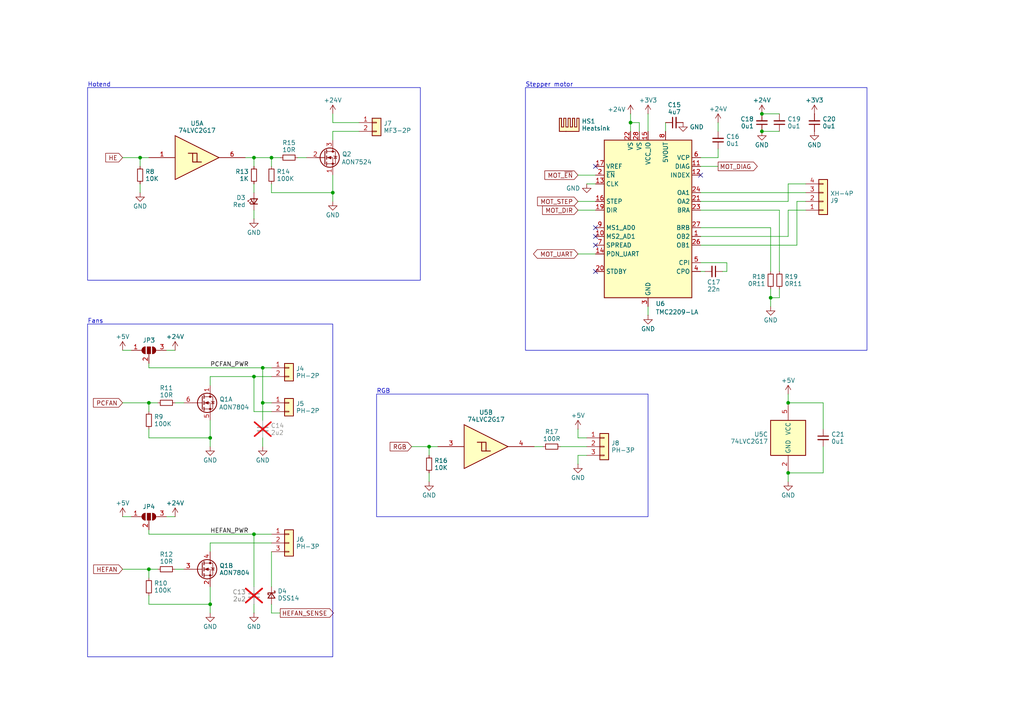
<source format=kicad_sch>
(kicad_sch (version 20231120) (generator "eeschema") (generator_version "8.0")
  (paper "A4")
  (lib_symbols
    (symbol "74xGxx:74LVC2G17"
      (property "Reference" "U" (at -1.27 7.62 0))
      (property "Value" "74LVC2G17" (at 2.54 -7.62 0))
      (symbol "74LVC2G17_1_1"
        (polyline (pts (xy -2.54 1.27) (xy -1.27 1.27) (xy -1.27 -1.27)) (stroke (width 0.254)) (fill (type background)))
        (polyline (pts (xy -7.62 6.35) (xy -7.62 -6.35) (xy 5.08 0) (xy -7.62 6.35)) (stroke (width 0.254)) (fill (type background)))
        (polyline (pts (xy -3.81 1.27) (xy -2.54 1.27) (xy -2.54 -1.27) (xy 0 -1.27)) (stroke (width 0.254)) (fill (type background)))
        (pin input line (at -15.24 0 0) (length 7.62) (name "~") (number "1"))
        (pin output line (at 12.7 0 180) (length 7.62) (name "~") (number "6"))
      )
      (symbol "74LVC2G17_2_1"
        (polyline (pts (xy -2.54 1.27) (xy -1.27 1.27) (xy -1.27 -1.27)) (stroke (width 0.254)) (fill (type background)))
        (polyline (pts (xy -7.62 6.35) (xy -7.62 -6.35) (xy 5.08 0) (xy -7.62 6.35)) (stroke (width 0.254)) (fill (type background)))
        (polyline (pts (xy -3.81 1.27) (xy -2.54 1.27) (xy -2.54 -1.27) (xy 0 -1.27)) (stroke (width 0.254)) (fill (type background)))
        (pin input line (at -15.24 0 0) (length 7.62) (name "~") (number "3"))
        (pin output line (at 12.7 0 180) (length 7.62) (name "~") (number "4"))
      )
      (symbol "74LVC2G17_3_0"
        (rectangle (start -5.08 -5.08) (end 5.08 5.08) (stroke (width 0.254)) (fill (type background)))
      )
      (symbol "74LVC2G17_3_1"
        (pin power_in line (at 0 -10.16 90) (length 5.08) (name "GND") (number "2"))
        (pin power_in line (at 0 10.16 270) (length 5.08) (name "VCC") (number "5"))
      )
    )
    (symbol "Connector_Generic:Conn_01x02" (pin_names (offset 1.016) hide)
      (property "Reference" "J" (at 0 2.54 0))
      (property "Value" "Conn_01x02" (at 0 -5.08 0))
      (symbol "Conn_01x02_1_1"
        (rectangle (start -1.27 -2.413) (end 0 -2.667) (stroke (width 0.1524)))
        (rectangle (start -1.27 0.127) (end 0 -0.127) (stroke (width 0.1524)))
        (rectangle (start -1.27 1.27) (end 1.27 -3.81) (stroke (width 0.254)) (fill (type background)))
        (pin passive line (at -5.08 0 0) (length 3.81) (name "Pin_1") (number "1"))
        (pin passive line (at -5.08 -2.54 0) (length 3.81) (name "Pin_2") (number "2"))
      )
    )
    (symbol "Connector_Generic:Conn_01x03" (pin_names (offset 1.016) hide)
      (property "Reference" "J" (at 0 5.08 0))
      (property "Value" "Conn_01x03" (at 0 -5.08 0))
      (symbol "Conn_01x03_1_1"
        (rectangle (start -1.27 -2.413) (end 0 -2.667) (stroke (width 0.1524)))
        (rectangle (start -1.27 0.127) (end 0 -0.127) (stroke (width 0.1524)))
        (rectangle (start -1.27 2.667) (end 0 2.413) (stroke (width 0.1524)))
        (rectangle (start -1.27 3.81) (end 1.27 -3.81) (stroke (width 0.254)) (fill (type background)))
        (pin passive line (at -5.08 2.54 0) (length 3.81) (name "Pin_1") (number "1"))
        (pin passive line (at -5.08 0 0) (length 3.81) (name "Pin_2") (number "2"))
        (pin passive line (at -5.08 -2.54 0) (length 3.81) (name "Pin_3") (number "3"))
      )
    )
    (symbol "Connector_Generic:Conn_01x04" (pin_names (offset 1.016) hide)
      (property "Reference" "J" (at 0 5.08 0))
      (property "Value" "Conn_01x04" (at 0 -7.62 0))
      (symbol "Conn_01x04_1_1"
        (rectangle (start -1.27 -4.953) (end 0 -5.207) (stroke (width 0.1524)))
        (rectangle (start -1.27 -2.413) (end 0 -2.667) (stroke (width 0.1524)))
        (rectangle (start -1.27 0.127) (end 0 -0.127) (stroke (width 0.1524)))
        (rectangle (start -1.27 2.667) (end 0 2.413) (stroke (width 0.1524)))
        (rectangle (start -1.27 3.81) (end 1.27 -6.35) (stroke (width 0.254)) (fill (type background)))
        (pin passive line (at -5.08 2.54 0) (length 3.81) (name "Pin_1") (number "1"))
        (pin passive line (at -5.08 0 0) (length 3.81) (name "Pin_2") (number "2"))
        (pin passive line (at -5.08 -2.54 0) (length 3.81) (name "Pin_3") (number "3"))
        (pin passive line (at -5.08 -5.08 0) (length 3.81) (name "Pin_4") (number "4"))
      )
    )
    (symbol "Device:C_Small" (pin_numbers hide) (pin_names (offset 0.254) hide)
      (property "Reference" "C" (at 0.254 1.778 0))
      (property "Value" "C_Small" (at 0.254 -2.032 0))
      (symbol "C_Small_0_1"
        (polyline (pts (xy -1.524 -0.508) (xy 1.524 -0.508)) (stroke (width 0.3302)))
        (polyline (pts (xy -1.524 0.508) (xy 1.524 0.508)) (stroke (width 0.3048)))
      )
      (symbol "C_Small_1_1"
        (pin passive line (at 0 2.54 270) (length 2.032) (name "~") (number "1"))
        (pin passive line (at 0 -2.54 90) (length 2.032) (name "~") (number "2"))
      )
    )
    (symbol "Device:D_Schottky_Small" (pin_numbers hide) (pin_names (offset 0.254) hide)
      (property "Reference" "D" (at -1.27 2.032 0))
      (property "Value" "D_Schottky_Small" (at -7.112 -2.032 0))
      (symbol "D_Schottky_Small_0_1"
        (polyline (pts (xy -0.762 0) (xy 0.762 0)))
        (polyline (pts (xy 0.762 -1.016) (xy -0.762 0) (xy 0.762 1.016) (xy 0.762 -1.016)) (stroke (width 0.254)))
        (polyline (pts (xy -1.27 0.762) (xy -1.27 1.016) (xy -0.762 1.016) (xy -0.762 -1.016) (xy -0.254 -1.016) (xy -0.254 -0.762)) (stroke (width 0.254)))
      )
      (symbol "D_Schottky_Small_1_1"
        (pin passive line (at -2.54 0 0) (length 1.778) (name "K") (number "1"))
        (pin passive line (at 2.54 0 180) (length 1.778) (name "A") (number "2"))
      )
    )
    (symbol "Device:LED_Small" (pin_numbers hide) (pin_names (offset 0.254) hide)
      (property "Reference" "D" (at -1.27 3.175 0))
      (property "Value" "LED_Small" (at -4.445 -2.54 0))
      (symbol "LED_Small_0_1"
        (polyline (pts (xy -0.762 -1.016) (xy -0.762 1.016)) (stroke (width 0.254)))
        (polyline (pts (xy 1.016 0) (xy -0.762 0)))
        (polyline (pts (xy 0.762 -1.016) (xy -0.762 0) (xy 0.762 1.016) (xy 0.762 -1.016)) (stroke (width 0.254)))
        (polyline (pts (xy 0 0.762) (xy -0.508 1.27) (xy -0.254 1.27) (xy -0.508 1.27) (xy -0.508 1.016)))
        (polyline (pts (xy 0.508 1.27) (xy 0 1.778) (xy 0.254 1.778) (xy 0 1.778) (xy 0 1.524)))
      )
      (symbol "LED_Small_1_1"
        (pin passive line (at -2.54 0 0) (length 1.778) (name "K") (number "1"))
        (pin passive line (at 2.54 0 180) (length 1.778) (name "A") (number "2"))
      )
    )
    (symbol "Device:Q_NMOS_SGD" (pin_names (offset 0) hide)
      (property "Reference" "Q" (at 5.08 1.27 0))
      (property "Value" "Q_NMOS_SGD" (at 5.08 -1.27 0))
      (symbol "Q_NMOS_SGD_0_1"
        (polyline (pts (xy 0.254 0) (xy -2.54 0)))
        (polyline (pts (xy 0.254 1.905) (xy 0.254 -1.905)) (stroke (width 0.254)))
        (polyline (pts (xy 0.762 -1.27) (xy 0.762 -2.286)) (stroke (width 0.254)))
        (polyline (pts (xy 0.762 0.508) (xy 0.762 -0.508)) (stroke (width 0.254)))
        (polyline (pts (xy 0.762 2.286) (xy 0.762 1.27)) (stroke (width 0.254)))
        (polyline (pts (xy 2.54 2.54) (xy 2.54 1.778)))
        (polyline (pts (xy 2.54 -2.54) (xy 2.54 0) (xy 0.762 0)))
        (polyline (pts (xy 0.762 -1.778) (xy 3.302 -1.778) (xy 3.302 1.778) (xy 0.762 1.778)))
        (polyline (pts (xy 1.016 0) (xy 2.032 0.381) (xy 2.032 -0.381) (xy 1.016 0)) (fill (type outline)))
        (polyline (pts (xy 2.794 0.508) (xy 2.921 0.381) (xy 3.683 0.381) (xy 3.81 0.254)))
        (polyline (pts (xy 3.302 0.381) (xy 2.921 -0.254) (xy 3.683 -0.254) (xy 3.302 0.381)))
        (circle (center 1.651 0) (radius 2.794) (stroke (width 0.254)))
        (circle (center 2.54 -1.778) (radius 0.254) (fill (type outline)))
        (circle (center 2.54 1.778) (radius 0.254) (fill (type outline)))
      )
      (symbol "Q_NMOS_SGD_1_1"
        (pin passive line (at 2.54 -5.08 90) (length 2.54) (name "S") (number "1"))
        (pin input line (at -5.08 0 0) (length 5.08) (name "G") (number "2"))
        (pin passive line (at 2.54 5.08 270) (length 2.54) (name "D") (number "3"))
      )
    )
    (symbol "Device:R_Small" (pin_numbers hide) (pin_names (offset 0.254) hide)
      (property "Reference" "R" (at 0.762 0.508 0))
      (property "Value" "R_Small" (at 0.762 -1.016 0))
      (symbol "R_Small_0_1"
        (rectangle (start -0.762 1.778) (end 0.762 -1.778) (stroke (width 0.2032)))
      )
      (symbol "R_Small_1_1"
        (pin passive line (at 0 2.54 270) (length 0.762) (name "~") (number "1"))
        (pin passive line (at 0 -2.54 90) (length 0.762) (name "~") (number "2"))
      )
    )
    (symbol "Jumper:SolderJumper_3_Open" (pin_names (offset 0) hide)
      (property "Reference" "JP" (at -2.54 -2.54 0))
      (property "Value" "SolderJumper_3_Open" (at 0 2.794 0))
      (symbol "SolderJumper_3_Open_0_1"
        (arc (start -1.016 1.016) (mid -2.0276 0) (end -1.016 -1.016))
        (arc (start -1.016 1.016) (mid -2.0276 0) (end -1.016 -1.016) (fill (type outline)))
        (rectangle (start -0.508 1.016) (end 0.508 -1.016) (fill (type outline)))
        (polyline (pts (xy -2.54 0) (xy -2.032 0)))
        (polyline (pts (xy -1.016 1.016) (xy -1.016 -1.016)))
        (polyline (pts (xy 0 -1.27) (xy 0 -1.016)))
        (polyline (pts (xy 1.016 1.016) (xy 1.016 -1.016)))
        (polyline (pts (xy 2.54 0) (xy 2.032 0)))
        (arc (start 1.016 -1.016) (mid 2.0276 0) (end 1.016 1.016))
        (arc (start 1.016 -1.016) (mid 2.0276 0) (end 1.016 1.016) (fill (type outline)))
      )
      (symbol "SolderJumper_3_Open_1_1"
        (pin passive line (at -5.08 0 0) (length 2.54) (name "A") (number "1"))
        (pin passive line (at 0 -3.81 90) (length 2.54) (name "C") (number "2"))
        (pin passive line (at 5.08 0 180) (length 2.54) (name "B") (number "3"))
      )
    )
    (symbol "Mechanical:Heatsink" (pin_names (offset 1.016))
      (property "Reference" "HS" (at 0 5.08 0))
      (property "Value" "Heatsink" (at 0 -1.27 0))
      (symbol "Heatsink_0_1"
        (polyline (pts (xy -0.3302 1.27) (xy -0.9652 1.27) (xy -0.9652 3.81) (xy -1.6002 3.81) (xy -1.6002 1.27) (xy -2.2352 1.27) (xy -2.2352 3.81) (xy -2.8702 3.81) (xy -2.8702 0) (xy -0.9652 0)) (stroke (width 0.254)) (fill (type background)))
        (polyline (pts (xy -0.3302 1.27) (xy -0.3302 3.81) (xy 0.3048 3.81) (xy 0.3048 1.27) (xy 0.9398 1.27) (xy 0.9398 3.81) (xy 1.5748 3.81) (xy 1.5748 1.27) (xy 2.2098 1.27) (xy 2.2098 3.81) (xy 2.8448 3.81) (xy 2.8448 0) (xy -0.9652 0)) (stroke (width 0.254)) (fill (type background)))
      )
    )
    (symbol "can-toolhead-board:AON7804" (pin_names (offset 0) hide)
      (property "Reference" "Q" (at 5.08 1.27 0))
      (property "Value" "AON7804" (at 5.08 -1.27 0))
      (symbol "AON7804_0_1"
        (polyline (pts (xy 0.254 0) (xy -2.54 0)))
        (polyline (pts (xy 0.254 1.905) (xy 0.254 -1.905)) (stroke (width 0.254)))
        (polyline (pts (xy 0.762 -1.27) (xy 0.762 -2.286)) (stroke (width 0.254)))
        (polyline (pts (xy 0.762 0.508) (xy 0.762 -0.508)) (stroke (width 0.254)))
        (polyline (pts (xy 0.762 2.286) (xy 0.762 1.27)) (stroke (width 0.254)))
        (polyline (pts (xy 2.54 2.54) (xy 2.54 1.778)))
        (polyline (pts (xy 2.54 -2.54) (xy 2.54 0) (xy 0.762 0)))
        (polyline (pts (xy 0.762 -1.778) (xy 3.302 -1.778) (xy 3.302 1.778) (xy 0.762 1.778)))
        (polyline (pts (xy 1.016 0) (xy 2.032 0.381) (xy 2.032 -0.381) (xy 1.016 0)) (fill (type outline)))
        (polyline (pts (xy 2.794 0.508) (xy 2.921 0.381) (xy 3.683 0.381) (xy 3.81 0.254)))
        (polyline (pts (xy 3.302 0.381) (xy 2.921 -0.254) (xy 3.683 -0.254) (xy 3.302 0.381)))
        (circle (center 1.651 0) (radius 2.794) (stroke (width 0.254)))
        (circle (center 2.54 -1.778) (radius 0.254) (fill (type outline)))
        (circle (center 2.54 1.778) (radius 0.254) (fill (type outline)))
      )
      (symbol "AON7804_1_1"
        (pin passive line (at 2.54 5.08 270) (length 2.54) (name "D") (number "1"))
        (pin passive line (at 2.54 -5.08 90) (length 2.54) (name "S") (number "5"))
        (pin input line (at -5.08 0 0) (length 2.54) (name "G") (number "6"))
      )
      (symbol "AON7804_2_1"
        (pin passive line (at 2.54 -5.08 90) (length 2.54) (name "S") (number "2"))
        (pin input line (at -5.08 0 0) (length 2.54) (name "G") (number "3"))
        (pin passive line (at 2.54 5.08 270) (length 2.54) (name "D") (number "4"))
      )
    )
    (symbol "can-toolhead-board:TMC2209-LA"
      (property "Reference" "U" (at -11.43 24.13 0))
      (property "Value" "TMC2209-LA" (at 8.89 24.13 0))
      (symbol "TMC2209-LA_0_1"
        (rectangle (start -12.7 22.86) (end 12.7 -22.86) (stroke (width 0.254)) (fill (type background)))
      )
      (symbol "TMC2209-LA_1_1"
        (pin output line (at 15.24 -5.08 180) (length 2.54) (name "OB2") (number "1"))
        (pin input line (at -15.24 -5.08 0) (length 2.54) (name "MS2_AD1") (number "10"))
        (pin open_collector line (at 15.24 15.24 180) (length 2.54) (name "DIAG") (number "11"))
        (pin open_collector line (at 15.24 12.7 180) (length 2.54) (name "INDEX") (number "12"))
        (pin input line (at -15.24 10.16 0) (length 2.54) (name "CLK") (number "13"))
        (pin bidirectional line (at -15.24 -10.16 0) (length 2.54) (name "PDN_UART") (number "14"))
        (pin power_in line (at 0 25.4 270) (length 2.54) (name "VCC_IO") (number "15"))
        (pin input line (at -15.24 5.08 0) (length 2.54) (name "STEP") (number "16"))
        (pin input line (at -15.24 15.24 0) (length 2.54) (name "VREF") (number "17"))
        (pin passive line (at 0 -25.4 90) (length 2.54) hide (name "GND") (number "18"))
        (pin input line (at -15.24 2.54 0) (length 2.54) (name "DIR") (number "19"))
        (pin input line (at -15.24 12.7 0) (length 2.54) (name "~{EN}") (number "2"))
        (pin input line (at -15.24 -15.24 0) (length 2.54) (name "STDBY") (number "20"))
        (pin output line (at 15.24 5.08 180) (length 2.54) (name "OA2") (number "21"))
        (pin power_in line (at -5.08 25.4 270) (length 2.54) (name "VS") (number "22"))
        (pin passive line (at 15.24 2.54 180) (length 2.54) (name "BRA") (number "23"))
        (pin output line (at 15.24 7.62 180) (length 2.54) (name "OA1") (number "24"))
        (pin free line (at 2.54 -25.4 90) (length 2.54) hide (name "NC") (number "25"))
        (pin output line (at 15.24 -7.62 180) (length 2.54) (name "OB1") (number "26"))
        (pin passive line (at 15.24 -2.54 180) (length 2.54) (name "BRB") (number "27"))
        (pin power_in line (at -2.54 25.4 270) (length 2.54) (name "VS") (number "28"))
        (pin passive line (at 0 -25.4 90) (length 2.54) hide (name "GND") (number "29"))
        (pin power_in line (at 0 -25.4 90) (length 2.54) (name "GND") (number "3"))
        (pin passive line (at 15.24 -15.24 180) (length 2.54) (name "CPO") (number "4"))
        (pin passive line (at 15.24 -12.7 180) (length 2.54) (name "CPI") (number "5"))
        (pin passive line (at 15.24 17.78 180) (length 2.54) (name "VCP") (number "6"))
        (pin input line (at -15.24 -7.62 0) (length 2.54) (name "SPREAD") (number "7"))
        (pin power_out line (at 5.08 25.4 270) (length 2.54) (name "5VOUT") (number "8"))
        (pin input line (at -15.24 -2.54 0) (length 2.54) (name "MS1_AD0") (number "9"))
      )
    )
    (symbol "power:+24V" (power) (pin_numbers hide) (pin_names (offset 0) hide)
      (property "Value" "+24V" (at 0 3.556 0))
      (symbol "+24V_0_1"
        (polyline (pts (xy -0.762 1.27) (xy 0 2.54)))
        (polyline (pts (xy 0 0) (xy 0 2.54)))
        (polyline (pts (xy 0 2.54) (xy 0.762 1.27)))
      )
      (symbol "+24V_1_1"
        (pin power_in line (at 0 0 90) (length 0) (name "~") (number "1"))
      )
    )
    (symbol "power:+3V3" (power) (pin_numbers hide) (pin_names (offset 0) hide)
      (property "Value" "+3V3" (at 0 3.556 0))
      (symbol "+3V3_0_1"
        (polyline (pts (xy -0.762 1.27) (xy 0 2.54)))
        (polyline (pts (xy 0 0) (xy 0 2.54)))
        (polyline (pts (xy 0 2.54) (xy 0.762 1.27)))
      )
      (symbol "+3V3_1_1"
        (pin power_in line (at 0 0 90) (length 0) (name "~") (number "1"))
      )
    )
    (symbol "power:+5V" (power) (pin_numbers hide) (pin_names (offset 0) hide)
      (property "Value" "+5V" (at 0 3.556 0))
      (symbol "+5V_0_1"
        (polyline (pts (xy -0.762 1.27) (xy 0 2.54)))
        (polyline (pts (xy 0 0) (xy 0 2.54)))
        (polyline (pts (xy 0 2.54) (xy 0.762 1.27)))
      )
      (symbol "+5V_1_1"
        (pin power_in line (at 0 0 90) (length 0) (name "~") (number "1"))
      )
    )
    (symbol "power:GND" (power) (pin_numbers hide) (pin_names (offset 0) hide)
      (property "Value" "GND" (at 0 -3.81 0))
      (symbol "GND_0_1"
        (polyline (pts (xy 0 0) (xy 0 -1.27) (xy 1.27 -1.27) (xy 0 -2.54) (xy -1.27 -1.27) (xy 0 -1.27)))
      )
      (symbol "GND_1_1"
        (pin power_in line (at 0 0 270) (length 0) (name "~") (number "1"))
      )
    )
  )
  (junction (at 43.18 116.84))
  (junction (at 73.66 154.94))
  (junction (at 182.88 35.56))
  (junction (at 40.64 45.72))
  (junction (at 73.66 45.72))
  (junction (at 96.52 55.88))
  (junction (at 60.96 175.26))
  (junction (at 76.2 116.84))
  (junction (at 223.52 86.36))
  (junction (at 228.6 116.84))
  (junction (at 76.2 106.68))
  (junction (at 228.6 137.16))
  (junction (at 220.98 38.1))
  (junction (at 60.96 127))
  (junction (at 78.74 45.72))
  (junction (at 73.66 109.22))
  (junction (at 43.18 165.1))
  (junction (at 220.98 33.02))
  (junction (at 124.46 129.54))
  (no_connect (at 172.72 48.26))
  (no_connect (at 172.72 78.74))
  (no_connect (at 203.2 50.8))
  (no_connect (at 172.72 71.12))
  (no_connect (at 172.72 68.58))
  (no_connect (at 172.72 66.04))
  (wire (pts (xy 73.66 109.22) (xy 60.96 109.22)))
  (wire (pts (xy 43.18 175.26) (xy 60.96 175.26)))
  (wire (pts (xy 76.2 116.84) (xy 76.2 121.92)))
  (wire (pts (xy 73.66 45.72) (xy 71.12 45.72)))
  (wire (pts (xy 185.42 35.56) (xy 182.88 35.56)))
  (wire (pts (xy 78.74 175.26) (xy 78.74 177.8)))
  (wire (pts (xy 43.18 127) (xy 60.96 127)))
  (wire (pts (xy 228.6 139.7) (xy 228.6 137.16)))
  (wire (pts (xy 73.66 60.96) (xy 73.66 63.5)))
  (wire (pts (xy 96.52 33.02) (xy 96.52 35.56)))
  (wire (pts (xy 73.66 175.26) (xy 73.66 177.8)))
  (wire (pts (xy 203.2 68.58) (xy 228.6 68.58)))
  (wire (pts (xy 162.56 129.54) (xy 170.18 129.54)))
  (wire (pts (xy 124.46 137.16) (xy 124.46 139.7)))
  (wire (pts (xy 223.52 86.36) (xy 226.06 86.36)))
  (wire (pts (xy 167.64 124.46) (xy 167.64 127)))
  (wire (pts (xy 203.2 55.88) (xy 233.68 55.88)))
  (wire (pts (xy 228.6 116.84) (xy 238.76 116.84)))
  (wire (pts (xy 76.2 106.68) (xy 78.74 106.68)))
  (wire (pts (xy 226.06 78.74) (xy 226.06 60.96)))
  (wire (pts (xy 187.96 88.9) (xy 187.96 91.44)))
  (wire (pts (xy 203.2 48.26) (xy 208.28 48.26)))
  (wire (pts (xy 238.76 137.16) (xy 228.6 137.16)))
  (wire (pts (xy 43.18 116.84) (xy 43.18 119.38)))
  (wire (pts (xy 35.56 45.72) (xy 40.64 45.72)))
  (wire (pts (xy 78.74 119.38) (xy 73.66 119.38)))
  (wire (pts (xy 76.2 127) (xy 76.2 129.54)))
  (wire (pts (xy 78.74 160.02) (xy 78.74 170.18)))
  (wire (pts (xy 228.6 58.42) (xy 228.6 53.34)))
  (wire (pts (xy 167.64 132.08) (xy 170.18 132.08)))
  (wire (pts (xy 203.2 58.42) (xy 228.6 58.42)))
  (wire (pts (xy 78.74 55.88) (xy 78.74 53.34)))
  (wire (pts (xy 43.18 105.41) (xy 43.18 106.68)))
  (wire (pts (xy 223.52 66.04) (xy 223.52 78.74)))
  (wire (pts (xy 78.74 48.26) (xy 78.74 45.72)))
  (wire (pts (xy 119.38 129.54) (xy 124.46 129.54)))
  (wire (pts (xy 203.2 71.12) (xy 231.14 71.12)))
  (wire (pts (xy 60.96 157.48) (xy 60.96 160.02)))
  (wire (pts (xy 60.96 109.22) (xy 60.96 111.76)))
  (wire (pts (xy 40.64 53.34) (xy 40.64 55.88)))
  (wire (pts (xy 60.96 127) (xy 60.96 129.54)))
  (wire (pts (xy 96.52 55.88) (xy 96.52 58.42)))
  (wire (pts (xy 167.64 134.62) (xy 167.64 132.08)))
  (wire (pts (xy 38.1 101.6) (xy 35.56 101.6)))
  (wire (pts (xy 78.74 177.8) (xy 81.28 177.8)))
  (wire (pts (xy 40.64 45.72) (xy 43.18 45.72)))
  (wire (pts (xy 228.6 68.58) (xy 228.6 60.96)))
  (wire (pts (xy 48.26 149.86) (xy 50.8 149.86)))
  (wire (pts (xy 38.1 149.86) (xy 35.56 149.86)))
  (wire (pts (xy 228.6 114.3) (xy 228.6 116.84)))
  (wire (pts (xy 43.18 165.1) (xy 43.18 167.64)))
  (wire (pts (xy 220.98 38.1) (xy 226.06 38.1)))
  (wire (pts (xy 53.34 165.1) (xy 50.8 165.1)))
  (wire (pts (xy 185.42 38.1) (xy 185.42 35.56)))
  (wire (pts (xy 187.96 33.02) (xy 187.96 38.1)))
  (wire (pts (xy 231.14 71.12) (xy 231.14 58.42)))
  (wire (pts (xy 203.2 66.04) (xy 223.52 66.04)))
  (wire (pts (xy 45.72 116.84) (xy 43.18 116.84)))
  (wire (pts (xy 170.18 53.34) (xy 172.72 53.34)))
  (wire (pts (xy 104.14 38.1) (xy 96.52 38.1)))
  (wire (pts (xy 40.64 45.72) (xy 40.64 48.26)))
  (wire (pts (xy 167.64 127) (xy 170.18 127)))
  (wire (pts (xy 96.52 50.8) (xy 96.52 55.88)))
  (wire (pts (xy 78.74 45.72) (xy 73.66 45.72)))
  (wire (pts (xy 182.88 33.02) (xy 182.88 35.56)))
  (wire (pts (xy 53.34 116.84) (xy 50.8 116.84)))
  (wire (pts (xy 86.36 45.72) (xy 88.9 45.72)))
  (wire (pts (xy 203.2 76.2) (xy 210.82 76.2)))
  (wire (pts (xy 220.98 33.02) (xy 226.06 33.02)))
  (wire (pts (xy 43.18 106.68) (xy 76.2 106.68)))
  (wire (pts (xy 193.04 35.56) (xy 193.04 38.1)))
  (wire (pts (xy 78.74 45.72) (xy 81.28 45.72)))
  (wire (pts (xy 43.18 172.72) (xy 43.18 175.26)))
  (wire (pts (xy 182.88 35.56) (xy 182.88 38.1)))
  (wire (pts (xy 124.46 129.54) (xy 127 129.54)))
  (wire (pts (xy 226.06 86.36) (xy 226.06 83.82)))
  (wire (pts (xy 238.76 116.84) (xy 238.76 124.46)))
  (wire (pts (xy 43.18 154.94) (xy 73.66 154.94)))
  (wire (pts (xy 203.2 60.96) (xy 226.06 60.96)))
  (wire (pts (xy 154.94 129.54) (xy 157.48 129.54)))
  (wire (pts (xy 228.6 53.34) (xy 233.68 53.34)))
  (wire (pts (xy 35.56 165.1) (xy 43.18 165.1)))
  (wire (pts (xy 73.66 109.22) (xy 73.66 119.38)))
  (wire (pts (xy 73.66 53.34) (xy 73.66 55.88)))
  (wire (pts (xy 60.96 175.26) (xy 60.96 177.8)))
  (wire (pts (xy 223.52 86.36) (xy 223.52 88.9)))
  (wire (pts (xy 167.64 58.42) (xy 172.72 58.42)))
  (wire (pts (xy 208.28 38.1) (xy 208.28 35.56)))
  (wire (pts (xy 76.2 116.84) (xy 76.2 106.68)))
  (wire (pts (xy 35.56 116.84) (xy 43.18 116.84)))
  (wire (pts (xy 78.74 109.22) (xy 73.66 109.22)))
  (wire (pts (xy 204.47 78.74) (xy 203.2 78.74)))
  (wire (pts (xy 210.82 78.74) (xy 209.55 78.74)))
  (wire (pts (xy 43.18 124.46) (xy 43.18 127)))
  (wire (pts (xy 73.66 154.94) (xy 73.66 170.18)))
  (wire (pts (xy 208.28 45.72) (xy 203.2 45.72)))
  (wire (pts (xy 73.66 45.72) (xy 73.66 48.26)))
  (wire (pts (xy 45.72 165.1) (xy 43.18 165.1)))
  (wire (pts (xy 73.66 154.94) (xy 78.74 154.94)))
  (wire (pts (xy 78.74 157.48) (xy 60.96 157.48)))
  (wire (pts (xy 167.64 73.66) (xy 172.72 73.66)))
  (wire (pts (xy 167.64 60.96) (xy 172.72 60.96)))
  (wire (pts (xy 238.76 129.54) (xy 238.76 137.16)))
  (wire (pts (xy 208.28 43.18) (xy 208.28 45.72)))
  (wire (pts (xy 167.64 50.8) (xy 172.72 50.8)))
  (wire (pts (xy 228.6 60.96) (xy 233.68 60.96)))
  (wire (pts (xy 78.74 116.84) (xy 76.2 116.84)))
  (wire (pts (xy 210.82 76.2) (xy 210.82 78.74)))
  (wire (pts (xy 231.14 58.42) (xy 233.68 58.42)))
  (wire (pts (xy 43.18 153.67) (xy 43.18 154.94)))
  (wire (pts (xy 60.96 175.26) (xy 60.96 170.18)))
  (wire (pts (xy 96.52 35.56) (xy 104.14 35.56)))
  (wire (pts (xy 50.8 101.6) (xy 48.26 101.6)))
  (wire (pts (xy 96.52 55.88) (xy 78.74 55.88)))
  (wire (pts (xy 124.46 129.54) (xy 124.46 132.08)))
  (wire (pts (xy 60.96 127) (xy 60.96 121.92)))
  (wire (pts (xy 96.52 38.1) (xy 96.52 40.64)))
  (wire (pts (xy 223.52 83.82) (xy 223.52 86.36)))
  (rectangle (start 25.4 25.4) (end 121.92 81.28))
  (rectangle (start 152.4 25.4) (end 251.46 101.6))
  (rectangle (start 109.22 114.3) (end 187.96 149.86))
  (rectangle (start 25.4 93.98) (end 96.52 190.5))
  (text "Fans" (at 25.4 93.98 0) (effects (font (size 1.27 1.27)) (justify left bottom)))
  (text "Stepper motor" (at 152.4 25.4 0) (effects (font (size 1.27 1.27)) (justify left bottom)))
  (text "Hotend" (at 25.4 25.4 0) (effects (font (size 1.27 1.27)) (justify left bottom)))
  (text "RGB" (at 109.22 114.3 0) (effects (font (size 1.27 1.27)) (justify left bottom)))
  (label "PCFAN_PWR" (at 60.96 106.68 0))
  (label "HEFAN_PWR" (at 60.96 154.94 0))
  (global_label "HEFAN" (shape input) (at 35.56 165.1 180) (property "Intersheetrefs" "${INTERSHEET_REFS}" (effects (hide yes))))
  (global_label "RGB" (shape input) (at 119.38 129.54 180) (property "Intersheetrefs" "${INTERSHEET_REFS}" (effects (hide yes))))
  (global_label "MOT_~{EN}" (shape input) (at 167.64 50.8 180) (property "Intersheetrefs" "${INTERSHEET_REFS}" (effects (hide yes))))
  (global_label "MOT_STEP" (shape input) (at 167.64 58.42 180) (property "Intersheetrefs" "${INTERSHEET_REFS}" (effects (hide yes))))
  (global_label "HE" (shape input) (at 35.56 45.72 180) (property "Intersheetrefs" "${INTERSHEET_REFS}" (effects (hide yes))))
  (global_label "MOT_DIR" (shape input) (at 167.64 60.96 180) (property "Intersheetrefs" "${INTERSHEET_REFS}" (effects (hide yes))))
  (global_label "HEFAN_SENSE" (shape output) (at 81.28 177.8 0) (property "Intersheetrefs" "${INTERSHEET_REFS}" (effects (hide yes))))
  (global_label "MOT_DIAG" (shape output) (at 208.28 48.26 0) (property "Intersheetrefs" "${INTERSHEET_REFS}" (effects (hide yes))))
  (global_label "MOT_UART" (shape bidirectional) (at 167.64 73.66 180) (property "Intersheetrefs" "${INTERSHEET_REFS}" (effects (hide yes))))
  (global_label "PCFAN" (shape input) (at 35.56 116.84 180) (property "Intersheetrefs" "${INTERSHEET_REFS}" (effects (hide yes))))
  (symbol (lib_id "power:GND") (at 40.64 55.88 0) (unit 1)
    (property "Reference" "#PWR027" (effects (hide yes)))
    (property "Value" "GND" (at 40.64 59.825 0))
    (property "Description" "Power symbol creates a global label with name \"GND\" , ground" (effects (hide yes)))
  )
  (symbol (lib_id "Connector_Generic:Conn_01x04") (at 238.76 58.42 0) (mirror x) (unit 1)
    (property "Reference" "J9" (at 240.792 58.174 0) (effects (justify left)))
    (property "Value" "XH-4P" (at 240.792 56.126 0) (effects (justify left)))
    (property "Footprint" "Connector_JST:JST_XH_B4B-XH-A_1x04_P2.50mm_Vertical" (effects (hide yes)))
    (property "Datasheet" "https://www.jst-mfg.com/product/pdf/eng/eXH.pdf" (effects (hide yes)))
    (property "LCSC" "C144395" (effects (hide yes)))
    (property "manf#" "B4B-XH-A" (effects (hide yes)))
  )
  (symbol (lib_id "power:+24V") (at 96.52 33.02 0) (unit 1)
    (property "Reference" "#PWR035" (effects (hide yes)))
    (property "Value" "+24V" (at 96.52 29.075 0))
    (property "Description" "Power symbol creates a global label with name \"+24V\"" (effects (hide yes)))
  )
  (symbol (lib_id "power:GND") (at 60.96 177.8 0) (unit 1)
    (property "Reference" "#PWR031" (effects (hide yes)))
    (property "Value" "GND" (at 60.96 181.745 0))
    (property "Description" "Power symbol creates a global label with name \"GND\" , ground" (effects (hide yes)))
  )
  (symbol (lib_id "power:GND") (at 60.96 129.54 0) (unit 1)
    (property "Reference" "#PWR030" (effects (hide yes)))
    (property "Value" "GND" (at 60.96 133.485 0))
    (property "Description" "Power symbol creates a global label with name \"GND\" , ground" (effects (hide yes)))
  )
  (symbol (lib_id "power:GND") (at 220.98 38.1 0) (unit 1)
    (property "Reference" "#PWR048" (effects (hide yes)))
    (property "Value" "GND" (at 220.98 42.045 0))
    (property "Description" "Power symbol creates a global label with name \"GND\" , ground" (effects (hide yes)))
  )
  (symbol (lib_id "power:+5V") (at 228.6 114.3 0) (unit 1)
    (property "Reference" "#PWR052" (effects (hide yes)))
    (property "Value" "+5V" (at 228.6 110.355 0))
    (property "Description" "Power symbol creates a global label with name \"+5V\"" (effects (hide yes)))
  )
  (symbol (lib_id "Device:C_Small") (at 226.06 35.56 180) (unit 1)
    (property "Reference" "C19" (at 228.3841 34.5296 0) (effects (justify right)))
    (property "Value" "0u1" (at 228.3841 36.5776 0) (effects (justify right)))
    (property "Footprint" "Capacitor_SMD:C_0402_1005Metric" (effects (hide yes)))
    (property "LCSC" "C307331" (effects (hide yes)))
    (property "manf#" "GRM155R71H104KE14J" (effects (hide yes)))
    (property "Notes" "50V" (effects (hide yes)))
  )
  (symbol (lib_id "Device:Q_NMOS_SGD") (at 93.98 45.72 0) (unit 1)
    (property "Reference" "Q2" (at 99.187 44.696 0) (effects (justify left)))
    (property "Value" "AON7524" (at 99.06 46.99 0) (effects (justify left)))
    (property "Footprint" "can-toolhead-board:AO_DFN-8-1EP_3x3mm_P0.65mm_EP1.75x2.35mm" (effects (hide yes)))
    (property "Datasheet" "https://aosmd.com/sites/default/files/res/datasheets/AON7524.pdf" (effects (hide yes)))
    (property "LCSC" "C431195" (effects (hide yes)))
    (property "manf#" "AON7524" (effects (hide yes)))
  )
  (symbol (lib_id "Connector_Generic:Conn_01x02") (at 83.82 106.68 0) (unit 1)
    (property "Reference" "J4" (at 85.852 106.926 0) (effects (justify left)))
    (property "Value" "PH-2P" (at 85.852 108.974 0) (effects (justify left)))
    (property "Footprint" "Connector_JST:JST_PH_B2B-PH-K_1x02_P2.00mm_Vertical" (effects (hide yes)))
    (property "Datasheet" "https://www.jst-mfg.com/product/pdf/eng/ePH.pdf" (effects (hide yes)))
    (property "LCSC" "C131337" (effects (hide yes)))
    (property "manf#" "B2B-PH-K-S" (effects (hide yes)))
  )
  (symbol (lib_id "power:GND") (at 73.66 177.8 0) (unit 1)
    (property "Reference" "#PWR033" (effects (hide yes)))
    (property "Value" "GND" (at 73.66 181.745 0))
    (property "Description" "Power symbol creates a global label with name \"GND\" , ground" (effects (hide yes)))
  )
  (symbol (lib_id "power:GND") (at 96.52 58.42 0) (unit 1)
    (property "Reference" "#PWR036" (effects (hide yes)))
    (property "Value" "GND" (at 96.52 62.365 0))
    (property "Description" "Power symbol creates a global label with name \"GND\" , ground" (effects (hide yes)))
  )
  (symbol (lib_id "power:+24V") (at 182.88 33.02 0) (unit 1)
    (property "Reference" "#PWR041" (effects (hide yes)))
    (property "Value" "+24V" (at 181.483 31.75 0) (effects (justify right)))
    (property "Description" "Power symbol creates a global label with name \"+24V\"" (effects (hide yes)))
  )
  (symbol (lib_id "can-toolhead-board:AON7804") (at 58.42 165.1 0) (unit 2)
    (property "Reference" "Q1" (at 63.627 164.076 0) (effects (justify left)))
    (property "Value" "AON7804" (at 63.627 166.124 0) (effects (justify left)))
    (property "Footprint" "can-toolhead-board:AO_DFN-8-2EP_3x3mm_P0.65mm_EP1.75x1mm" (effects (hide yes)))
    (property "Datasheet" "https://aosmd.com/sites/default/files/res/datasheets/AON7804.pdf" (effects (hide yes)))
    (property "LCSC" "C431197" (effects (hide yes)))
    (property "manf#" "AON7804" (effects (hide yes)))
  )
  (symbol (lib_id "Device:R_Small") (at 48.26 116.84 90) (unit 1)
    (property "Reference" "R11" (at 48.26 112.5234 90))
    (property "Value" "10R" (at 48.26 114.5714 90))
    (property "Footprint" "Resistor_SMD:R_0402_1005Metric" (effects (hide yes)))
    (property "LCSC" "C25077" (effects (hide yes)))
    (property "manf#" "RC0402FR-0710RL" (effects (hide yes)))
  )
  (symbol (lib_id "power:GND") (at 198.12 35.56 0) (unit 1)
    (property "Reference" "#PWR044" (effects (hide yes)))
    (property "Value" "GND" (at 200.025 36.83 0) (effects (justify left)))
    (property "Description" "Power symbol creates a global label with name \"GND\" , ground" (effects (hide yes)))
  )
  (symbol (lib_id "Device:C_Small") (at 73.66 172.72 0) (unit 1) (dnp yes)
    (property "Reference" "C13" (at 71.3359 171.7023 0) (effects (justify right)))
    (property "Value" "2u2" (at 71.3359 173.7503 0) (effects (justify right)))
    (property "Footprint" "Capacitor_SMD:C_0603_1608Metric" (effects (hide yes)))
    (property "LCSC" "C408135" (effects (hide yes)))
    (property "manf#" "GRM188C8YA225KE11D" (effects (hide yes)))
    (property "Notes" "35V X6S" (effects (hide yes)))
  )
  (symbol (lib_id "power:GND") (at 236.22 38.1 0) (unit 1)
    (property "Reference" "#PWR051" (effects (hide yes)))
    (property "Value" "GND" (at 236.22 42.045 0))
    (property "Description" "Power symbol creates a global label with name \"GND\" , ground" (effects (hide yes)))
  )
  (symbol (lib_id "Device:R_Small") (at 43.18 170.18 0) (unit 1)
    (property "Reference" "R10" (at 44.6786 169.156 0) (effects (justify left)))
    (property "Value" "100K" (at 44.6786 171.204 0) (effects (justify left)))
    (property "Footprint" "Resistor_SMD:R_0402_1005Metric" (effects (hide yes)))
    (property "LCSC" "C25741" (effects (hide yes)))
    (property "manf#" "RC0402FR-07100KL" (effects (hide yes)))
  )
  (symbol (lib_id "Connector_Generic:Conn_01x02") (at 83.82 116.84 0) (unit 1)
    (property "Reference" "J5" (at 85.852 117.086 0) (effects (justify left)))
    (property "Value" "PH-2P" (at 85.852 119.134 0) (effects (justify left)))
    (property "Footprint" "Connector_JST:JST_PH_B2B-PH-K_1x02_P2.00mm_Vertical" (effects (hide yes)))
    (property "Datasheet" "https://www.jst-mfg.com/product/pdf/eng/ePH.pdf" (effects (hide yes)))
    (property "LCSC" "C131337" (effects (hide yes)))
    (property "manf#" "B2B-PH-K-S" (effects (hide yes)))
  )
  (symbol (lib_id "Device:R_Small") (at 226.06 81.28 0) (unit 1)
    (property "Reference" "R19" (at 227.5586 80.256 0) (effects (justify left)))
    (property "Value" "0R11" (at 227.5586 82.304 0) (effects (justify left)))
    (property "Footprint" "Resistor_SMD:R_0805_2012Metric" (effects (hide yes)))
    (property "LCSC" "C2074624" (effects (hide yes)))
    (property "manf#" "ERJ-6DSFR11V" (effects (hide yes)))
    (property "Notes" "1/3 W" (effects (hide yes)))
  )
  (symbol (lib_id "Device:R_Small") (at 160.02 129.54 270) (unit 1)
    (property "Reference" "R17" (at 160.02 125.2234 90))
    (property "Value" "100R" (at 160.02 127.2714 90))
    (property "Footprint" "Resistor_SMD:R_0402_1005Metric" (effects (hide yes)))
    (property "LCSC" "C25076" (effects (hide yes)))
    (property "manf#" "RC0402FR-07100RL" (effects (hide yes)))
  )
  (symbol (lib_id "Device:LED_Small") (at 73.66 58.42 90) (unit 1)
    (property "Reference" "D3" (at 71.247 57.3325 90) (effects (justify left)))
    (property "Value" "Red" (at 71.247 59.3805 90) (effects (justify left)))
    (property "Footprint" "LED_SMD:LED_0603_1608Metric" (effects (hide yes)))
    (property "LCSC" "C2286" (effects (hide yes)))
    (property "manf#" "LTST-C190KRKT" (effects (hide yes)))
  )
  (symbol (lib_id "power:GND") (at 187.96 91.44 0) (unit 1)
    (property "Reference" "#PWR043" (effects (hide yes)))
    (property "Value" "GND" (at 187.96 95.385 0))
    (property "Description" "Power symbol creates a global label with name \"GND\" , ground" (effects (hide yes)))
  )
  (symbol (lib_id "Device:R_Small") (at 73.66 50.8 0) (unit 1)
    (property "Reference" "R13" (at 72.1614 49.776 0) (effects (justify right)))
    (property "Value" "1K" (at 72.1614 51.824 0) (effects (justify right)))
    (property "Footprint" "Resistor_SMD:R_0402_1005Metric" (effects (hide yes)))
    (property "LCSC" "C11702" (effects (hide yes)))
    (property "manf#" "RC0402FR-071KL" (effects (hide yes)))
  )
  (symbol (lib_id "Device:D_Schottky_Small") (at 78.74 172.72 270) (unit 1)
    (property "Reference" "D4" (at 80.518 171.442 90) (effects (justify left)))
    (property "Value" "DSS14" (at 80.518 173.49 90) (effects (justify left)))
    (property "Footprint" "Diode_SMD:D_SOD-123F" (effects (hide yes)))
    (property "Datasheet" "https://www.smc-diodes.com/propdf/DSS12U%20THRU%20DSS125U%20N1873%20REV.A.pdf" (effects (hide yes)))
    (property "LCSC" "C466479" (effects (hide yes)))
    (property "digikey#" "1655-DSS14UCT-ND" (effects (hide yes)))
    (property "manf#" "DSS14" (effects (hide yes)))
    (property "mouser#" "241-SS1040FLR100001" (effects (hide yes)))
  )
  (symbol (lib_id "74xGxx:74LVC2G17") (at 58.42 45.72 0) (unit 1)
    (property "Reference" "U5" (at 57.15 35.79 0))
    (property "Value" "74LVC2G17" (at 57.15 37.838 0))
    (property "Footprint" "Package_TO_SOT_SMD:SOT-363_SC-70-6" (effects (hide yes)))
    (property "Datasheet" "http://www.ti.com/lit/sg/scyt129e/scyt129e.pdf" (effects (hide yes)))
    (property "Description" "Dual Buffer, Schmitt Triggered, Low-Voltage CMOS" (effects (hide yes)))
    (property "LCSC" "C7394022" (effects (hide yes)))
    (property "manf#" "SN74LVC2G17DCKR" (effects (hide yes)))
  )
  (symbol (lib_id "Connector_Generic:Conn_01x03") (at 175.26 129.54 0) (unit 1)
    (property "Reference" "J8" (at 177.292 128.516 0) (effects (justify left)))
    (property "Value" "PH-3P" (at 177.292 130.564 0) (effects (justify left)))
    (property "Footprint" "Connector_JST:JST_PH_B3B-PH-K_1x03_P2.00mm_Vertical" (effects (hide yes)))
    (property "Datasheet" "https://www.jst-mfg.com/product/pdf/eng/ePH.pdf" (effects (hide yes)))
    (property "LCSC" "C131339" (effects (hide yes)))
    (property "manf#" "B3B-PH-K-S" (effects (hide yes)))
  )
  (symbol (lib_id "power:+5V") (at 167.64 124.46 0) (unit 1)
    (property "Reference" "#PWR038" (effects (hide yes)))
    (property "Value" "+5V" (at 167.64 120.515 0))
    (property "Description" "Power symbol creates a global label with name \"+5V\"" (effects (hide yes)))
  )
  (symbol (lib_id "Device:C_Small") (at 76.2 124.46 0) (unit 1) (dnp yes)
    (property "Reference" "C14" (at 78.5241 123.4423 0) (effects (justify left)))
    (property "Value" "2u2" (at 78.5241 125.4903 0) (effects (justify left)))
    (property "Footprint" "Capacitor_SMD:C_0603_1608Metric" (effects (hide yes)))
    (property "LCSC" "C408135" (effects (hide yes)))
    (property "manf#" "GRM188C8YA225KE11D" (effects (hide yes)))
    (property "Notes" "35V X6S" (effects (hide yes)))
  )
  (symbol (lib_id "Mechanical:Heatsink") (at 165.1 38.1 0) (unit 1)
    (property "Reference" "HS1" (at 168.7068 35.171 0) (effects (justify left)))
    (property "Value" "Heatsink" (at 168.7068 37.219 0) (effects (justify left)))
    (property "Footprint" "can-toolhead-board:Heatsink_9x9mm" (effects (hide yes)))
  )
  (symbol (lib_id "Device:R_Small") (at 43.18 121.92 0) (unit 1)
    (property "Reference" "R9" (at 44.6786 120.896 0) (effects (justify left)))
    (property "Value" "100K" (at 44.6786 122.944 0) (effects (justify left)))
    (property "Footprint" "Resistor_SMD:R_0402_1005Metric" (effects (hide yes)))
    (property "LCSC" "C25741" (effects (hide yes)))
    (property "manf#" "RC0402FR-07100KL" (effects (hide yes)))
  )
  (symbol (lib_id "power:GND") (at 73.66 63.5 0) (unit 1)
    (property "Reference" "#PWR032" (effects (hide yes)))
    (property "Value" "GND" (at 73.66 67.445 0))
    (property "Description" "Power symbol creates a global label with name \"GND\" , ground" (effects (hide yes)))
  )
  (symbol (lib_id "power:+24V") (at 208.28 35.56 0) (unit 1)
    (property "Reference" "#PWR045" (effects (hide yes)))
    (property "Value" "+24V" (at 208.28 31.615 0))
    (property "Description" "Power symbol creates a global label with name \"+24V\"" (effects (hide yes)))
  )
  (symbol (lib_id "Device:C_Small") (at 238.76 127 0) (unit 1)
    (property "Reference" "C21" (at 241.0841 125.9823 0) (effects (justify left)))
    (property "Value" "0u1" (at 241.0841 128.0303 0) (effects (justify left)))
    (property "Footprint" "Capacitor_SMD:C_0402_1005Metric" (effects (hide yes)))
    (property "LCSC" "C307331" (effects (hide yes)))
    (property "manf#" "GRM155R71H104KE14J" (effects (hide yes)))
    (property "Notes" "50V" (effects (hide yes)))
  )
  (symbol (lib_id "power:GND") (at 167.64 134.62 0) (unit 1)
    (property "Reference" "#PWR039" (effects (hide yes)))
    (property "Value" "GND" (at 167.64 138.565 0))
    (property "Description" "Power symbol creates a global label with name \"GND\" , ground" (effects (hide yes)))
  )
  (symbol (lib_id "Device:C_Small") (at 220.98 35.56 180) (unit 1)
    (property "Reference" "C18" (at 218.6559 34.5296 0) (effects (justify left)))
    (property "Value" "0u1" (at 218.6559 36.5776 0) (effects (justify left)))
    (property "Footprint" "Capacitor_SMD:C_0402_1005Metric" (effects (hide yes)))
    (property "LCSC" "C307331" (effects (hide yes)))
    (property "manf#" "GRM155R71H104KE14J" (effects (hide yes)))
    (property "Notes" "50V" (effects (hide yes)))
  )
  (symbol (lib_id "Device:C_Small") (at 195.58 35.56 90) (unit 1)
    (property "Reference" "C15" (at 195.5863 30.4179 90))
    (property "Value" "4u7" (at 195.5863 32.4659 90))
    (property "Footprint" "Capacitor_SMD:C_0603_1608Metric" (effects (hide yes)))
    (property "LCSC" "C19666" (effects (hide yes)))
    (property "manf#" "CL10A475KO8NNNC" (effects (hide yes)))
  )
  (symbol (lib_id "Device:R_Small") (at 48.26 165.1 90) (unit 1)
    (property "Reference" "R12" (at 48.26 160.7834 90))
    (property "Value" "10R" (at 48.26 162.8314 90))
    (property "Footprint" "Resistor_SMD:R_0402_1005Metric" (effects (hide yes)))
    (property "LCSC" "C25077" (effects (hide yes)))
    (property "manf#" "RC0402FR-0710RL" (effects (hide yes)))
  )
  (symbol (lib_id "power:+24V") (at 220.98 33.02 0) (unit 1)
    (property "Reference" "#PWR047" (effects (hide yes)))
    (property "Value" "+24V" (at 220.98 29.075 0))
    (property "Description" "Power symbol creates a global label with name \"+24V\"" (effects (hide yes)))
  )
  (symbol (lib_id "power:+3V3") (at 187.96 33.02 0) (unit 1)
    (property "Reference" "#PWR042" (effects (hide yes)))
    (property "Value" "+3V3" (at 187.96 29.075 0))
    (property "Description" "Power symbol creates a global label with name \"+3V3\"" (effects (hide yes)))
  )
  (symbol (lib_id "can-toolhead-board:AON7804") (at 58.42 116.84 0) (unit 1)
    (property "Reference" "Q1" (at 63.627 115.816 0) (effects (justify left)))
    (property "Value" "AON7804" (at 63.5 118.11 0) (effects (justify left)))
    (property "Footprint" "can-toolhead-board:AO_DFN-8-2EP_3x3mm_P0.65mm_EP1.75x1mm" (effects (hide yes)))
    (property "Datasheet" "https://aosmd.com/sites/default/files/res/datasheets/AON7804.pdf" (effects (hide yes)))
    (property "LCSC" "C431197" (effects (hide yes)))
    (property "manf#" "AON7804" (effects (hide yes)))
  )
  (symbol (lib_id "74xGxx:74LVC2G17") (at 228.6 127 0) (unit 3)
    (property "Reference" "U5" (at 222.758 125.976 0) (effects (justify right)))
    (property "Value" "74LVC2G17" (at 222.758 128.024 0) (effects (justify right)))
    (property "Footprint" "Package_TO_SOT_SMD:SOT-363_SC-70-6" (effects (hide yes)))
    (property "Datasheet" "http://www.ti.com/lit/sg/scyt129e/scyt129e.pdf" (effects (hide yes)))
    (property "Description" "Dual Buffer, Schmitt Triggered, Low-Voltage CMOS" (effects (hide yes)))
    (property "LCSC" "C7394022" (effects (hide yes)))
    (property "manf#" "SN74LVC2G17DCKR" (effects (hide yes)))
  )
  (symbol (lib_id "Connector_Generic:Conn_01x02") (at 109.22 35.56 0) (unit 1)
    (property "Reference" "J7" (at 111.252 35.806 0) (effects (justify left)))
    (property "Value" "MF3-2P" (at 111.252 37.854 0) (effects (justify left)))
    (property "Footprint" "Connector_Molex:Molex_Micro-Fit_3.0_43650-0200_1x02_P3.00mm_Horizontal" (effects (hide yes)))
    (property "Datasheet" "https://www.molex.com/pdm_docs/sd/436500200_sd.pdf" (effects (hide yes)))
    (property "LCSC" "C192562" (effects (hide yes)))
    (property "manf#" "43650-0200" (effects (hide yes)))
  )
  (symbol (lib_id "power:+3V3") (at 236.22 33.02 0) (unit 1)
    (property "Reference" "#PWR050" (effects (hide yes)))
    (property "Value" "+3V3" (at 236.22 29.075 0))
    (property "Description" "Power symbol creates a global label with name \"+3V3\"" (effects (hide yes)))
  )
  (symbol (lib_id "Device:C_Small") (at 207.01 78.74 270) (unit 1)
    (property "Reference" "C17" (at 207.0036 81.8341 90))
    (property "Value" "22n" (at 207.0036 83.8821 90))
    (property "Footprint" "Capacitor_SMD:C_0402_1005Metric" (effects (hide yes)))
    (property "LCSC" "C1532" (effects (hide yes)))
    (property "manf#" "GRM155R71H104KE14J" (effects (hide yes)))
  )
  (symbol (lib_id "power:+24V") (at 50.8 101.6 0) (mirror y) (unit 1)
    (property "Reference" "#PWR025" (effects (hide yes)))
    (property "Value" "+24V" (at 50.8 97.655 0))
    (property "Description" "Power symbol creates a global label with name \"+24V\"" (effects (hide yes)))
  )
  (symbol (lib_id "Device:R_Small") (at 223.52 81.28 0) (unit 1)
    (property "Reference" "R18" (at 222.0214 80.256 0) (effects (justify right)))
    (property "Value" "0R11" (at 222.0214 82.304 0) (effects (justify right)))
    (property "Footprint" "Resistor_SMD:R_0805_2012Metric" (effects (hide yes)))
    (property "LCSC" "C2074624" (effects (hide yes)))
    (property "manf#" "ERJ-6DSFR11V" (effects (hide yes)))
    (property "Notes" "1/3 W" (effects (hide yes)))
  )
  (symbol (lib_id "Connector_Generic:Conn_01x03") (at 83.82 157.48 0) (unit 1)
    (property "Reference" "J6" (at 85.852 156.456 0) (effects (justify left)))
    (property "Value" "PH-3P" (at 85.852 158.504 0) (effects (justify left)))
    (property "Footprint" "Connector_JST:JST_PH_B3B-PH-K_1x03_P2.00mm_Vertical" (effects (hide yes)))
    (property "Datasheet" "https://www.jst-mfg.com/product/pdf/eng/ePH.pdf" (effects (hide yes)))
    (property "LCSC" "C131339" (effects (hide yes)))
    (property "manf#" "B3B-PH-K-S" (effects (hide yes)))
  )
  (symbol (lib_id "power:GND") (at 124.46 139.7 0) (unit 1)
    (property "Reference" "#PWR037" (effects (hide yes)))
    (property "Value" "GND" (at 124.46 143.645 0))
    (property "Description" "Power symbol creates a global label with name \"GND\" , ground" (effects (hide yes)))
  )
  (symbol (lib_id "power:GND") (at 228.6 139.7 0) (unit 1)
    (property "Reference" "#PWR053" (effects (hide yes)))
    (property "Value" "GND" (at 228.6 143.645 0))
    (property "Description" "Power symbol creates a global label with name \"GND\" , ground" (effects (hide yes)))
  )
  (symbol (lib_id "Device:R_Small") (at 40.64 50.8 0) (unit 1)
    (property "Reference" "R8" (at 42.1386 49.776 0) (effects (justify left)))
    (property "Value" "10K" (at 42.1386 51.824 0) (effects (justify left)))
    (property "Footprint" "Resistor_SMD:R_0402_1005Metric" (effects (hide yes)))
    (property "LCSC" "C25744" (effects (hide yes)))
    (property "manf#" "RC0402FR-0710KL" (effects (hide yes)))
  )
  (symbol (lib_id "Jumper:SolderJumper_3_Open") (at 43.18 101.6 0) (unit 1) (in_bom no)
    (property "Reference" "JP3" (at 43.18 98.6958 0))
    (property "Value" "SolderJumper_3_Open" (effects (hide yes)))
    (property "Footprint" "Jumper:SolderJumper-3_P2.0mm_Open_TrianglePad1.0x1.5mm" (effects (hide yes)))
    (property "Description" "Solder Jumper, 3-pole, open" (effects (hide yes)))
  )
  (symbol (lib_id "power:+5V") (at 35.56 101.6 0) (mirror y) (unit 1)
    (property "Reference" "#PWR028" (effects (hide yes)))
    (property "Value" "+5V" (at 35.56 97.655 0))
    (property "Description" "Power symbol creates a global label with name \"+5V\"" (effects (hide yes)))
  )
  (symbol (lib_id "power:GND") (at 76.2 129.54 0) (unit 1)
    (property "Reference" "#PWR034" (effects (hide yes)))
    (property "Value" "GND" (at 76.2 133.485 0))
    (property "Description" "Power symbol creates a global label with name \"GND\" , ground" (effects (hide yes)))
  )
  (symbol (lib_id "Device:R_Small") (at 78.74 50.8 0) (unit 1)
    (property "Reference" "R14" (at 80.2386 49.776 0) (effects (justify left)))
    (property "Value" "100K" (at 80.2386 51.824 0) (effects (justify left)))
    (property "Footprint" "Resistor_SMD:R_0402_1005Metric" (effects (hide yes)))
    (property "LCSC" "C25741" (effects (hide yes)))
    (property "manf#" "RC0402FR-07100KL" (effects (hide yes)))
  )
  (symbol (lib_id "Device:C_Small") (at 208.28 40.64 180) (unit 1)
    (property "Reference" "C16" (at 210.6041 39.6096 0) (effects (justify right)))
    (property "Value" "0u1" (at 210.6041 41.6576 0) (effects (justify right)))
    (property "Footprint" "Capacitor_SMD:C_0402_1005Metric" (effects (hide yes)))
    (property "LCSC" "C307331" (effects (hide yes)))
    (property "manf#" "GRM155R71H104KE14J" (effects (hide yes)))
    (property "Notes" "50V" (effects (hide yes)))
  )
  (symbol (lib_id "power:+24V") (at 50.8 149.86 0) (mirror y) (unit 1)
    (property "Reference" "#PWR026" (effects (hide yes)))
    (property "Value" "+24V" (at 50.8 145.915 0))
    (property "Description" "Power symbol creates a global label with name \"+24V\"" (effects (hide yes)))
  )
  (symbol (lib_id "power:+5V") (at 35.56 149.86 0) (mirror y) (unit 1)
    (property "Reference" "#PWR029" (effects (hide yes)))
    (property "Value" "+5V" (at 35.56 145.915 0))
    (property "Description" "Power symbol creates a global label with name \"+5V\"" (effects (hide yes)))
  )
  (symbol (lib_id "Device:R_Small") (at 124.46 134.62 0) (unit 1)
    (property "Reference" "R16" (at 125.9586 133.596 0) (effects (justify left)))
    (property "Value" "10K" (at 125.9586 135.644 0) (effects (justify left)))
    (property "Footprint" "Resistor_SMD:R_0402_1005Metric" (effects (hide yes)))
    (property "LCSC" "C25744" (effects (hide yes)))
    (property "manf#" "RC0402FR-0710KL" (effects (hide yes)))
  )
  (symbol (lib_id "Jumper:SolderJumper_3_Open") (at 43.18 149.86 0) (unit 1) (in_bom no)
    (property "Reference" "JP4" (at 43.18 146.9558 0))
    (property "Value" "SolderJumper_3_Open" (effects (hide yes)))
    (property "Footprint" "Jumper:SolderJumper-3_P2.0mm_Open_TrianglePad1.0x1.5mm" (effects (hide yes)))
    (property "Description" "Solder Jumper, 3-pole, open" (effects (hide yes)))
  )
  (symbol (lib_id "power:GND") (at 170.18 53.34 0) (unit 1)
    (property "Reference" "#PWR040" (effects (hide yes)))
    (property "Value" "GND" (at 168.2751 54.61 0) (effects (justify right)))
    (property "Description" "Power symbol creates a global label with name \"GND\" , ground" (effects (hide yes)))
  )
  (symbol (lib_id "Device:C_Small") (at 236.22 35.56 180) (unit 1)
    (property "Reference" "C20" (at 238.5441 34.5296 0) (effects (justify right)))
    (property "Value" "0u1" (at 238.5441 36.5776 0) (effects (justify right)))
    (property "Footprint" "Capacitor_SMD:C_0402_1005Metric" (effects (hide yes)))
    (property "LCSC" "C307331" (effects (hide yes)))
    (property "manf#" "GRM155R71H104KE14J" (effects (hide yes)))
    (property "Notes" "50V" (effects (hide yes)))
  )
  (symbol (lib_id "power:GND") (at 223.52 88.9 0) (unit 1)
    (property "Reference" "#PWR046" (effects (hide yes)))
    (property "Value" "GND" (at 223.52 92.845 0))
    (property "Description" "Power symbol creates a global label with name \"GND\" , ground" (effects (hide yes)))
  )
  (symbol (lib_id "can-toolhead-board:TMC2209-LA") (at 187.96 63.5 0) (unit 1)
    (property "Reference" "U6" (at 190.1541 88.0801 0) (effects (justify left)))
    (property "Value" "TMC2209-LA" (at 190.1541 90.5044 0) (effects (justify left)))
    (property "Footprint" "Package_DFN_QFN:QFN-28-1EP_5x5mm_P0.5mm_EP3.75x3.75mm_ThermalVias" (effects (hide yes)))
    (property "Datasheet" "https://www.analog.com/media/en/technical-documentation/data-sheets/TMC2209_datasheet_rev1.09.pdf" (effects (hide yes)))
    (property "Description" "Standalone driver for two-phase bipolar stepper motor, 2.0A, 4.75-28V, QFN-28" (effects (hide yes)))
    (property "LCSC" "C465949" (effects (hide yes)))
    (property "manf#" "TMC2209-LA" (effects (hide yes)))
  )
  (symbol (lib_id "74xGxx:74LVC2G17") (at 142.24 129.54 0) (unit 2)
    (property "Reference" "U5" (at 140.97 119.61 0))
    (property "Value" "74LVC2G17" (at 140.97 121.658 0))
    (property "Footprint" "Package_TO_SOT_SMD:SOT-363_SC-70-6" (effects (hide yes)))
    (property "Datasheet" "http://www.ti.com/lit/sg/scyt129e/scyt129e.pdf" (effects (hide yes)))
    (property "Description" "Dual Buffer, Schmitt Triggered, Low-Voltage CMOS" (effects (hide yes)))
    (property "LCSC" "C7394022" (effects (hide yes)))
    (property "manf#" "SN74LVC2G17DCKR" (effects (hide yes)))
  )
  (symbol (lib_id "Device:R_Small") (at 83.82 45.72 90) (unit 1)
    (property "Reference" "R15" (at 83.82 41.4034 90))
    (property "Value" "10R" (at 83.82 43.4514 90))
    (property "Footprint" "Resistor_SMD:R_0402_1005Metric" (effects (hide yes)))
    (property "LCSC" "C25077" (effects (hide yes)))
    (property "manf#" "RC0402FR-0710RL" (effects (hide yes)))
  )
)
</source>
